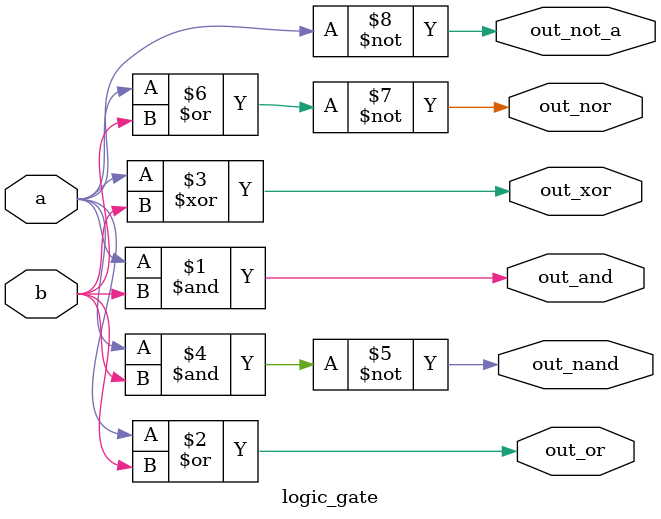
<source format=v>

module logic_gate (
    input wire a,       // Input A
    input wire b,       // Input B
    output wire out_and,
    output wire out_or,
    output wire out_xor,
    output wire out_nand,
    output wire out_nor,
    output wire out_not_a
);

    // 2. Hardware Thinking: Continuous Assignment
    
    assign out_and   = a & b;       // AND gate
    assign out_or    = a | b;       // OR gate
    assign out_xor   = a ^ b;       // XOR gate
    assign out_nand  = ~(a & b);    // NAND (NOT AND)
    assign out_nor   = ~(a | b);    // NOR (NOT OR)
    assign out_not_a = ~a;          // Inverter for input A

endmodule
</source>
